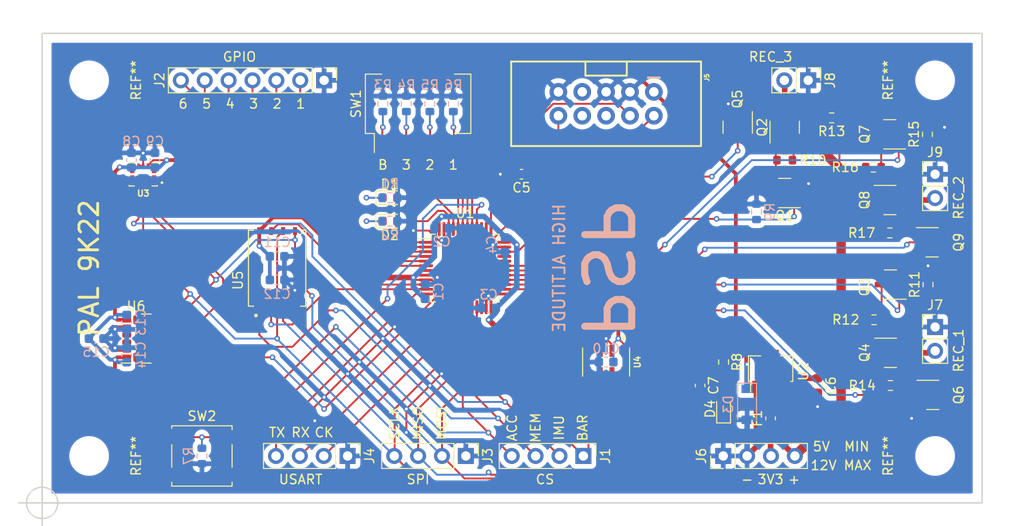
<source format=kicad_pcb>
(kicad_pcb (version 20211014) (generator pcbnew)
  (layers (0 "F.Cu" signal "Top") (31 "B.Cu" signal "Bottom") (34 "B.Paste" user) (35 "F.Paste" user) (36 "B.SilkS" user "B.Silkscreen") (37 "F.SilkS" user "F.Silkscreen") (38 "B.Mask" user) (39 "F.Mask" user) (44 "Edge.Cuts" user))
  (net 0 "")
  (net 1 "+3V3")
  (net 2 "GND")
  (net 3 "/Accelerometer/CS_ACC")
  (net 4 "Net-(D1-Pad1)")
  (net 5 "/MCU/LED_2")
  (net 6 "Net-(D2-Pad1)")
  (net 7 "/MCU/LED_1")
  (net 8 "Net-(D4-Pad2)")
  (net 9 "/Accelerometer/MOSI")
  (net 10 "/Accelerometer/MISO")
  (net 11 "/Accelerometer/SCLK")
  (net 12 "/IMU/CS_IMU")
  (net 13 "/Barometer/CS_BAR")
  (net 14 "/MCU/CS_MEM")
  (net 15 "/Debug/SWDIO")
  (net 16 "/Debug/SWCLK")
  (net 19 "/MCU/BOOT")
  (net 20 "/MCU/MEM_HOLD")
  (net 21 "/MCU/MEM_WP")
  (net 22 "/Accelerometer/ACC_INT")
  (net 24 "/Debug/NRST")
  (net 26 "/MCU/TRIGGER_3")
  (net 27 "Net-(Q1-Pad3)")
  (net 28 "+9V")
  (net 29 "/MCU/TRIGGER_1")
  (net 30 "Net-(Q3-Pad3)")
  (net 31 "/MCU/CONT_3")
  (net 32 "/MCU/CONT_1")
  (net 33 "/MCU/TRIGGER_2")
  (net 34 "Net-(Q7-Pad3)")
  (net 35 "/MCU/CONT_2")
  (net 36 "/MCU/PUSH")
  (net 37 "/MCU/DIP_1")
  (net 38 "/MCU/DIP_2")
  (net 39 "/MCU/DIP_3")
  (net 53 "/MCU/GPIO_1")
  (net 54 "/MCU/GPIO_2")
  (net 55 "/MCU/GPIO_3")
  (net 57 "/MCU/GPIO_4")
  (net 58 "/MCU/GPIO_5")
  (net 59 "/MCU/GPIO_6")
  (net 60 "/MCU/USART_CK")
  (net 61 "/MCU/USART_RX")
  (net 62 "/MCU/USART_TX")
  (net 63 "/Relays/REC_3")
  (net 64 "/Relays/REC_1")
  (net 65 "/Relays/REC_2")
  (net 66 "/Power/3V3_INPUT")
  (footprint "Resistor_SMD:R_0603_1608Metric" (layer "F.Cu") (at 199.25 101.75 90)
    (fp_text reference "R11")
    (fp_text value "100k")
  )
  (footprint "Package_QFP:LQFP-48_7x7mm_P0.5mm" (layer "F.Cu") (at 150 100)
    (fp_text reference "U1")
    (fp_text value "STM32L031C4Tx")
  )
  (footprint "Package_TO_SOT_SMD:SOT-23" (layer "F.Cu") (at 195.1875 85.75 180)
    (fp_text reference "Q7")
    (fp_text value "T2N7002AK")
  )
  (footprint "Button_Switch_SMD:SW_Push_1P1T_NO_CK_KSC7xxJ" (layer "F.Cu") (at 122 120 180)
    (fp_text reference "SW2")
    (fp_text value "SW_Push")
  )
  (footprint "Capacitor_SMD:C_0603_1608Metric" (layer "F.Cu") (at 187.5 112.5 -90)
    (fp_text reference "C6")
    (fp_text value "10u")
  )
  (footprint "footprints:XDCR_BMI270" (layer "F.Cu") (at 115.75 90 180)
    (fp_text reference "U3")
    (fp_text value "BMI270")
  )
  (footprint "MountingHole:MountingHole_3.2mm_M3" (layer "F.Cu") (at 200 80)
    (fp_text reference "REF**")
    (fp_text value "MountingHole_3.2mm_M3")
  )
  (footprint "Resistor_SMD:R_0603_1608Metric" (layer "F.Cu") (at 199.1875 85.75 90)
    (fp_text reference "R15")
    (fp_text value "100k")
  )
  (footprint "Package_TO_SOT_SMD:SOT-23" (layer "F.Cu") (at 195.25 109.02)
    (fp_text reference "Q4")
    (fp_text value "DMP3098LQ-7")
  )
  (footprint "footprints:ARM-JTAG-10-SWD-IDC" (layer "F.Cu") (at 165 82.5 -90)
    (fp_text reference "J5")
    (fp_text value "Conn_ARM_JTAG_SWD_10")
  )
  (footprint "Connector_PinHeader_2.54mm:PinHeader_1x07_P2.54mm_Vertical" (layer "F.Cu") (at 135 80 -90)
    (fp_text reference "J2")
    (fp_text value "Conn_01x07_Male")
  )
  (footprint "Resistor_SMD:R_0603_1608Metric" (layer "F.Cu") (at 195.1875 96.25)
    (fp_text reference "R17")
    (fp_text value "10M")
  )
  (footprint "MountingHole:MountingHole_3.2mm_M3" (layer "F.Cu") (at 110 80)
    (fp_text reference "REF**")
    (fp_text value "MountingHole_3.2mm_M3")
  )
  (footprint "Package_LGA:LGA-14_3x5mm_P0.8mm_LayoutBorder1x6y" (layer "F.Cu") (at 115 107.5)
    (fp_text reference "U6")
    (fp_text value "ADXL375BCCZ")
  )
  (footprint "Package_TO_SOT_SMD:SOT-23" (layer "F.Cu") (at 199.75 113.5)
    (fp_text reference "Q6")
    (fp_text value "T2N7002AK")
  )
  (footprint "footprints:SON127P600X800X65-8N" (layer "F.Cu") (at 130 100 90)
    (fp_text reference "U5")
    (fp_text value "MT29F1G01ABAFDWB-IT_F")
  )
  (footprint "LED_SMD:LED_0603_1608Metric" (layer "F.Cu") (at 142 92.5)
    (fp_text reference "D1")
    (fp_text value "APT1608LZGCK")
  )
  (footprint "Resistor_SMD:R_0603_1608Metric" (layer "F.Cu") (at 177.5 110 -90)
    (fp_text reference "R8")
    (fp_text value "820")
  )
  (footprint "Resistor_SMD:R_0603_1608Metric" (layer "F.Cu") (at 189 84 180)
    (fp_text reference "R13")
    (fp_text value "10M")
  )
  (footprint "footprints:SON125P300X500X100-8N" (layer "F.Cu") (at 165 110 -90)
    (fp_text reference "U4")
    (fp_text value "MS560702BA03-50")
  )
  (footprint "Connector_PinHeader_2.54mm:PinHeader_1x02_P2.54mm_Vertical" (layer "F.Cu") (at 200 106.27)
    (fp_text reference "J7")
    (fp_text value "Screw_Terminal_01x02")
  )
  (footprint "Package_TO_SOT_SMD:SOT-23" (layer "F.Cu") (at 184 85 90)
    (fp_text reference "Q2")
    (fp_text value "DMP3098LQ-7")
  )
  (footprint "Capacitor_SMD:C_0603_1608Metric" (layer "F.Cu") (at 156 90 180)
    (fp_text reference "C5")
    (fp_text value "100n")
  )
  (footprint "Resistor_SMD:R_0603_1608Metric" (layer "F.Cu") (at 195.25 112.5)
    (fp_text reference "R14")
    (fp_text value "10M")
  )
  (footprint "Package_TO_SOT_SMD:SOT-23" (layer "F.Cu") (at 184 92 180)
    (fp_text reference "Q1")
    (fp_text value "T2N7002AK")
  )
  (footprint "Package_TO_SOT_SMD:SOT-23" (layer "F.Cu") (at 179 85 -90)
    (fp_text reference "Q5")
    (fp_text value "T2N7002AK")
  )
  (footprint "MountingHole:MountingHole_3.2mm_M3" (layer "F.Cu") (at 110 120)
    (fp_text reference "REF**")
    (fp_text value "MountingHole_3.2mm_M3")
  )
  (footprint "Connector_PinHeader_2.54mm:PinHeader_1x04_P2.54mm_Vertical" (layer "F.Cu") (at 177.46 120 90)
    (fp_text reference "J6")
    (fp_text value "Conn_01x04_Male")
  )
  (footprint "Capacitor_SMD:C_0603_1608Metric" (layer "F.Cu") (at 175 112.5 -90)
    (fp_text reference "C7")
    (fp_text value "22u")
  )
  (footprint "Fuse:Fuse_0603_1608Metric" (layer "F.Cu") (at 182.5 116 90)
    (fp_text reference "F1")
    (fp_text value "PTS060315V010")
  )
  (footprint "Connector_PinHeader_2.54mm:PinHeader_1x04_P2.54mm_Vertical" (layer "F.Cu") (at 150.08 120 -90)
    (fp_text reference "J3")
    (fp_text value "Conn_01x04_Male")
  )
  (footprint "LED_SMD:LED_0603_1608Metric" (layer "F.Cu") (at 142 95)
    (fp_text reference "D2")
    (fp_text value "APT1608LZGCK")
  )
  (footprint "Connector_PinHeader_2.54mm:PinHeader_1x04_P2.54mm_Vertical" (layer "F.Cu") (at 137.5 120 -90)
    (fp_text reference "J4")
    (fp_text value "Conn_01x04_Male")
  )
  (footprint "Package_TO_SOT_SMD:SOT-23" (layer "F.Cu") (at 195.25 101.75 180)
    (fp_text reference "Q3")
    (fp_text value "T2N7002AK")
  )
  (footprint "Connector_PinHeader_2.54mm:PinHeader_1x02_P2.54mm_Vertical" (layer "F.Cu") (at 186.5 80 -90)
    (fp_text reference "J8")
    (fp_text value "Screw_Terminal_01x02")
  )
  (footprint "LED_SMD:LED_0603_1608Metric" (layer "F.Cu") (at 177.5 115 90)
    (fp_text reference "D4")
    (fp_text value "APTD1608LSURCK")
  )
  (footprint "Package_TO_SOT_SMD:SOT-23" (layer "F.Cu") (at 195.1875 92.75)
    (fp_text reference "Q8")
    (fp_text value "DMP3098LQ-7")
  )
  (footprint "MountingHole:MountingHole_3.2mm_M3" (layer "F.Cu") (at 200 120)
    (fp_text reference "REF**")
    (fp_text value "MountingHole_3.2mm_M3")
  )
  (footprint "Connector_PinHeader_2.54mm:PinHeader_1x02_P2.54mm_Vertical" (layer "F.Cu") (at 200 90)
    (fp_text reference "J9")
    (fp_text value "Screw_Terminal_01x02")
  )
  (footprint "Package_TO_SOT_SMD:SOT-89-3" (layer "F.Cu") (at 182.5 111 90)
    (fp_text reference "U2")
    (fp_text value "AZ1117CR-3.3")
  )
  (footprint "Connector_PinHeader_2.54mm:PinHeader_1x04_P2.54mm_Vertical" (layer "F.Cu") (at 162.58 120 -90)
    (fp_text reference "J1")
    (fp_text value "Conn_01x04_Male")
  )
  (footprint "Package_TO_SOT_SMD:SOT-23" (layer "F.Cu") (at 199.6875 97.25)
    (fp_text reference "Q9")
    (fp_text value "T2N7002AK")
  )
  (footprint "Resistor_SMD:R_0603_1608Metric" (layer "F.Cu") (at 184 88.5 180)
    (fp_text reference "R10")
    (fp_text value "100k")
  )
  (footprint "Button_Switch_SMD:SW_DIP_SPSTx04_Slide_Omron_A6S-410x_W8.9mm_P2.54mm" (layer "F.Cu") (at 145 82.5 90)
    (fp_text reference "SW1")
    (fp_text value "SW_DIP_x04")
  )
  (footprint "Resistor_SMD:R_0603_1608Metric" (layer "F.Cu") (at 193.5 105.5)
    (fp_text reference "R12")
    (fp_text value "100k")
  )
  (footprint "Resistor_SMD:R_0603_1608Metric" (layer "F.Cu") (at 193.4375 89.25)
    (fp_text reference "R16")
    (fp_text value "100k")
  )
  (footprint "Resistor_SMD:R_0603_1608Metric" (layer "B.Cu") (at 142 95)
    (fp_text reference "R2")
    (fp_text value "820")
  )
  (footprint "Capacitor_SMD:C_0603_1608Metric" (layer "B.Cu") (at 145.75 102.5 90)
    (fp_text reference "C1")
    (fp_text value "10u")
  )
  (footprint "Resistor_SMD:R_0603_1608Metric" (layer "B.Cu") (at 146.25 82.5 90)
    (fp_text reference "R5")
    (fp_text value "10k")
  )
  (footprint "Resistor_SMD:R_0603_1608Metric" (layer "B.Cu") (at 142 92.5)
    (fp_text reference "R1")
    (fp_text value "820")
  )
  (footprint "Capacitor_SMD:C_0603_1608Metric" (layer "B.Cu") (at 117 88.5 90)
    (fp_text reference "C9")
    (fp_text value "100n")
  )
  (footprint "Resistor_SMD:R_0603_1608Metric" (layer "B.Cu") (at 181 94 90)
    (fp_text reference "R9")
    (fp_text value "100k")
  )
  (footprint "Resistor_SMD:R_0603_1608Metric" (layer "B.Cu") (at 148.75 82.5 90)
    (fp_text reference "R6")
    (fp_text value "10k")
  )
  (footprint "Capacitor_SMD:C_0603_1608Metric" (layer "B.Cu") (at 147.5 95.75)
    (fp_text reference "C2")
    (fp_text value "100n")
  )
  (footprint "Capacitor_SMD:C_0603_1608Metric" (layer "B.Cu") (at 130 98.75)
    (fp_text reference "C11")
    (fp_text value "100n")
  )
  (footprint "Resistor_SMD:R_0603_1608Metric" (layer "B.Cu") (at 122 120 -90)
    (fp_text reference "R7")
    (fp_text value "10k")
  )
  (footprint "Capacitor_SMD:C_0603_1608Metric" (layer "B.Cu") (at 165 110 180)
    (fp_text reference "C10")
    (fp_text value "100n")
  )
  (footprint "Capacitor_SMD:C_0603_1608Metric" (layer "B.Cu") (at 130 101.25)
    (fp_text reference "C12")
    (fp_text value "10u")
  )
  (footprint "Resistor_SMD:R_0603_1608Metric" (layer "B.Cu") (at 143.75 82.5 90)
    (fp_text reference "R4")
    (fp_text value "10k")
  )
  (footprint "Capacitor_SMD:C_0603_1608Metric" (layer "B.Cu") (at 152.5 104.25 180)
    (fp_text reference "C3")
    (fp_text value "100n")
  )
  (footprint "Capacitor_SMD:C_0603_1608Metric" (layer "B.Cu") (at 114 105.75 -90)
    (fp_text reference "C13")
    (fp_text value "100n")
  )
  (footprint "Resistor_SMD:R_0603_1608Metric" (layer "B.Cu") (at 141.25 82.5 90)
    (fp_text reference "R3")
    (fp_text value "10k")
  )
  (footprint "Capacitor_SMD:C_0603_1608Metric" (layer "B.Cu") (at 114.5 88.5 90)
    (fp_text reference "C8")
    (fp_text value "100n")
  )
  (footprint "Capacitor_SMD:C_0603_1608Metric" (layer "B.Cu") (at 114 109.25 90)
    (fp_text reference "C14")
    (fp_text value "10u")
  )
  (footprint "Diode_SMD:D_SOD-123" (layer "B.Cu") (at 180 114.5 -90)
    (fp_text reference "D3")
    (fp_text value "CMHZ5226B ")
  )
  (footprint "Capacitor_SMD:C_0603_1608Metric" (layer "B.Cu") (at 154.25 97.5 -90)
    (fp_text reference "C4")
    (fp_text value "100n")
  )
  (footprint "Capacitor_SMD:C_0603_1608Metric" (layer "B.Cu") (at 110.75 107.5)
    (fp_text reference "C15")
    (fp_text value "100n")
  )
  (gr_rect (start 205 125) (end 105 75) (layer "Edge.Cuts") (width 0.15) (fill none))
  (gr_text "HIGH ALTITUDE" (at 160 100 90) (layer "B.SilkS") (effects (font (size 1.25 1.25) (thickness 0.2)) (justify mirror)))
  (gr_text "PSP" (at 165 100 -90) (layer "B.SilkS") (effects (font (size 5 5) (thickness 0.75)) (justify mirror)))
  (gr_text "-" (at 180 122.5) (layer "F.SilkS") (effects (font (size 1 1))))
  (gr_text "RX" (at 132.5 117.5) (layer "F.SilkS") (effects (font (size 1 1))))
  (gr_text "CK" (at 135 117.5) (layer "F.SilkS") (effects (font (size 1 1))))
  (gr_text "ACC" (at 155 117 90) (layer "F.SilkS") (effects (font (size 1 1))))
  (gr_text "B" (at 141.25 89) (layer "F.SilkS") (effects (font (size 1 1))))
  (gr_text "6" (at 120 82.5) (layer "F.SilkS") (effects (font (size 1 1))))
  (gr_text "BAR" (at 162.5 117 90) (layer "F.SilkS") (effects (font (size 1 1))))
  (gr_text "SCLK" (at 142.5 116.5 90) (layer "F.SilkS") (effects (font (size 1 1))))
  (gr_text "5V  MIN" (at 190 119) (layer "F.SilkS") (effects (font (size 1 1))))
  (gr_text "1" (at 148.75 89) (layer "F.SilkS") (effects (font (size 1 1))))
  (gr_text "+" (at 185 122.5) (layer "F.SilkS") (effects (font (size 1 1))))
  (gr_text "12V MAX" (at 190 121) (layer "F.SilkS") (effects (font (size 1 1))))
  (gr_text "CS" (at 158.5 122.5) (layer "F.SilkS") (effects (font (size 1 1))))
  (gr_text "3V3" (at 182.5 122.5) (layer "F.SilkS") (effects (font (size 1 1))))
  (gr_text "TX" (at 130 117.5) (layer "F.SilkS") (effects (font (size 1 1))))
  (gr_text "2" (at 130 82.5) (layer "F.SilkS") (effects (font (size 1 1))))
  (gr_text "3" (at 143.75 89) (layer "F.SilkS") (effects (font (size 1 1))))
  (gr_text "2" (at 146.25 89) (layer "F.SilkS") (effects (font (size 1 1))))
  (gr_text "SPI" (at 145 122.5) (layer "F.SilkS") (effects (font (size 1 1))))
  (gr_text "REC_3" (at 182.5 77.5) (layer "F.SilkS") (effects (font (size 1 1))))
  (gr_text "MEM" (at 157.5 117 90) (layer "F.SilkS") (effects (font (size 1 1))))
  (gr_text "PAL 9K22" (at 110 100 90) (layer "F.SilkS") (effects (font (size 2 2) (thickness 0.3))))
  (gr_text "REC_2" (at 202.5 92.5 90) (layer "F.SilkS") (effects (font (size 1 1))))
  (gr_text "REC_1\n" (at 202.5 108.77 90) (layer "F.SilkS") (effects (font (size 1 1))))
  (gr_text "USART" (at 132.5 122.5) (layer "F.SilkS") (effects (font (size 1 1))))
  (gr_text "MOSI" (at 147.5 116.5 90) (layer "F.SilkS") (effects (font (size 1 1))))
  (gr_text "1" (at 132.5 82.5) (layer "F.SilkS") (effects (font (size 1 1))))
  (gr_text "4" (at 125 82.5) (layer "F.SilkS") (effects (font (size 1 1))))
  (gr_text "3" (at 127.5 82.5) (layer "F.SilkS") (effects (font (size 1 1))))
  (gr_text "MISO" (at 145 116.5 90) (layer "F.SilkS") (effects (font (size 1 1))))
  (gr_text "GPIO" (at 126 77.5) (layer "F.SilkS") (effects (font (size 1 1))))
  (gr_text "5" (at 122.5 82.5) (layer "F.SilkS") (effects (font (size 1 1))))
  (gr_text "IMU" (at 160 117 90) (layer "F.SilkS") (effects (font (size 1 1))))
  (target plus (at 105 125) (size 5) (width 0.15) (layer "Edge.Cuts"))
  (segment (start 123.65 88.5) (end 129.65 94.5) (width 0.4) (layer "F.Cu") (net 1))
  (segment (start 180 107.5) (end 178.8 106.3) (width 0.6) (layer "F.Cu") (net 1))
  (segment (start 170.08 81.23) (end 166.9 78.05) (width 0.4) (layer "F.Cu") (net 1))
  (segment (start 112.75 109.75) (end 112.75 117.125) (width 0.4) (layer "F.Cu") (net 1))
  (segment (start 147.25 95.8375) (end 147.25 94.75) (width 0.2) (layer "F.Cu") (net 1))
  (segment (start 113 109.5) (end 112.75 109.75) (width 0.4) (layer "F.Cu") (net 1))
  (segment (start 129.65 94.5) (end 128.095 96.055) (width 0.4) (layer "F.Cu") (net 1))
  (segment (start 178.8 106.3) (end 166.3 106.3) (width 0.6) (layer "F.Cu") (net 1))
  (segment (start 182.5 115.2125) (end 182.5 112.5625) (width 0.6) (layer "F.Cu") (net 1))
  (segment (start 114 109.5) (end 113 109.5) (width 0.4) (layer "F.Cu") (net 1))
  (segment (start 166.875 108.075) (end 166.3 107.5) (width 0.2) (layer "F.Cu") (net 1))
  (segment (start 148.81 78.05) (end 146.27 78.05) (width 0.4) (layer "F.Cu") (net 1))
  (segment (start 178.8 89.95) (end 170.08 81.23) (width 0.4) (layer "F.Cu") (net 1))
  (segment (start 132.75 94.5) (end 129.65 94.5) (width 0.6) (layer "F.Cu") (net 1))
  (segment (start 143.73 78.05) (end 141.19 78.05) (width 0.4) (layer "F.Cu") (net 1))
  (segment (start 116.25 89.0875) (end 116.8375 88.5) (width 0.2) (layer "F.Cu") (net 1))
  (segment (start 166.9 78.05) (end 148.81 78.05) (width 0.4) (layer "F.Cu") (net 1))
  (segment (start 166.875 108.8) (end 166.875 108.075) (width 0.2) (layer "F.Cu") (net 1))
  (segment (start 114 105.5) (end 113 105.5) (width 0.4) (layer "F.Cu") (net 1))
  (segment (start 112.75 89.75) (end 112.75 105.25) (width 0.4) (layer "F.Cu") (net 1))
  (segment (start 144.75 101.25) (end 144.5 101) (width 0.2) (layer "F.Cu") (net 1))
  (segment (start 182.5 110) (end 180 107.5) (width 0.6) (layer "F.Cu") (net 1))
  (segment (start 175 111.675) (end 177.5 109.175) (width 0.4) (layer "F.Cu") (net 1))
  (segment (start 180 110.25) (end 180 107.5) (width 0.6) (layer "F.Cu") (net 1))
  (segment (start 144.5 101) (end 139.25 101) (width 0.6) (layer "F.Cu") (net 1))
  (segment (start 153.3 106.3) (end 152.5 105.5) (width 0.6) (layer "F.Cu") (net 1))
  (segment (start 166.3 106.3) (end 153.3 106.3) (width 0.6) (layer "F.Cu") (net 1))
  (segment (start 113.25 89.25) (end 112.75 89.75) (width 0.4) (layer "F.Cu") (net 1))
  (segment (start 147.25 94.75) (end 147.5 94.5) (width 0.2) (layer "F.Cu") (net 1))
  (segment (start 182.5 112.5625) (end 182.5 110) (width 0.6) (layer "F.Cu") (net 1))
  (segment (start 117.625 122) (end 119.1 122) (width 0.4) (layer "F.Cu") (net 1))
  (segment (start 166.3 107.5) (end 166.3 106.3) (width 0.4) (layer "F.Cu") (net 1))
  (segment (start 152.75 104.1625) (end 152.75 105.25) (width 0.2) (layer "F.Cu") (net 1))
  (segment (start 177.5 107.6) (end 178.8 106.3) (width 0.4) (layer "F.Cu") (net 1))
  (segment (start 146.27 78.05) (end 143.73 78.05) (width 0.4) (layer "F.Cu") (net 1))
  (segment (start 154.1625 97.25) (end 155.25 97.25) (width 0.2) (layer "F.Cu") (net 1))
  (segment (start 114.5875 89.25) (end 113.25 89.25) (width 0.2) (layer "F.Cu") (net 1))
  (segment (start 139.25 101) (end 132.75 94.5) (width 0.6) (layer "F.Cu") (net 1))
  (segment (start 118.25 88.5) (end 123.65 88.5) (width 0.4) (layer "F.Cu") (net 1))
  (segment (start 145.8375 101.25) (end 144.75 101.25) (width 0.2) (layer "F.Cu") (net 1))
  (segment (start 175 111.725) (end 175 111.675) (width 0.4) (layer "F.Cu") (net 1))
  (segment (start 128.095 96.055) (end 128.095 97.62) (width 0.4) (layer "F.Cu") (net 1))
  (segment (start 178.8 106.3) (end 178.8 89.95) (width 0.4) (layer "F.Cu") (net 1))
  (segment (start 112.75 117.125) (end 117.625 122) (width 0.4) (layer "F.Cu") (net 1))
  (segment (start 116.8375 88.5) (end 118.25 88.5) (width 0.2) (layer "F.Cu") (net 1))
  (segment (start 128.095 97.62) (end 128.1125 97.6375) (width 0.2) (layer "F.Cu") (net 1))
  (segment (start 155.25 97.25) (end 155.5 97.5) (width 0.2) (layer "F.Cu") (net 1))
  (segment (start 113 105.5) (end 112.75 105.25) (width 0.4) (layer "F.Cu") (net 1))
  (segment (start 177.5 109.175) (end 177.5 107.6) (width 0.4) (layer "F.Cu") (net 1))
  (segment (start 152.75 105.25) (end 152.5 105.5) (width 0.2) (layer "F.Cu") (net 1))
  (segment (start 119.1 122) (end 124.9 122) (width 0.4) (layer "F.Cu") (net 1))
  (via (at 180 110.25) (size 0.6) (drill 0.3) (layers "F.Cu" "B.Cu") (net 1))
  (via (at 144.5 101) (size 0.6) (drill 0.3) (layers "F.Cu" "B.Cu") (net 1))
  (via (at 155.5 97.5) (size 0.6) (drill 0.3) (layers "F.Cu" "B.Cu") (net 1))
  (via (at 112.75 105.25) (size 0.6) (drill 0.3) (layers "F.Cu" "B.Cu") (net 1))
  (via (at 128.1125 97.6375) (size 0.6) (drill 0.3) (layers "F.Cu" "B.Cu") (net 1))
  (via (at 147.5 94.5) (size 0.6) (drill 0.3) (layers "F.Cu" "B.Cu") (net 1))
  (via (at 152.5 105.5) (size 0.6) (drill 0.3) (layers "F.Cu" "B.Cu") (net 1))
  (via (at 166.3 107.5) (size 0.6) (drill 0.3) (layers "F.Cu" "B.Cu") (net 1))
  (via (at 112.75 109.75) (size 0.6) (drill 0.3) (layers "F.Cu" "B.Cu") (net 1))
  (via (at 113.25 89.25) (size 0.6) (drill 0.3) (layers "F.Cu" "B.Cu") (net 1))
  (via (at 118.25 88.5) (size 0.6) (drill 0.3) (layers "F.Cu" "B.Cu") (net 1))
  (segment (start 154.725 96.725) (end 155.5 97.5) (width 0.6) (layer "B.Cu") (net 1))
  (segment (start 180 112.85) (end 180 110.25) (width 0.6) (layer "B.Cu") (net 1))
  (segment (start 153.275 104.725) (end 152.5 105.5) (width 0.6) (layer "B.Cu") (net 1))
  (segment (start 117 89.275) (end 114.5 89.275) (width 0.4) (layer "B.Cu") (net 1))
  (segment (start 146.725 98.775) (end 144.5 101) (width 0.6) (layer "B.Cu") (net 1))
  (segment (start 113.025 104.975) (end 112.75 105.25) (width 0.4) (layer "B.Cu") (net 1))
  (segment (start 146.715275 97.373416) (end 146.725 97.383141) (width 0.6) (layer "B.Cu") (net 1))
  (segment (start 154.25 96.725) (end 154.725 96.725) (width 0.6) (layer "B.Cu") (net 1))
  (segment (start 146.725 95.75) (end 146.725 95.275) (width 0.6) (layer "B.Cu") (net 1))
  (segment (start 152.025 94.5) (end 147.5 94.5) (width 0.6) (layer "B.Cu") (net 1))
  (segment (start 113.25 89.25) (end 114.475 89.25) (width 0.4) (layer "B.Cu") (net 1))
  (segment (start 144.5 102.025) (end 145.75 103.275) (width 0.6) (layer "B.Cu") (net 1))
  (segment (start 153.275 104.25) (end 153.275 104.725) (width 0.6) (layer "B.Cu") (net 1))
  (segment (start 146.725 97.383141) (end 146.725 98.775) (width 0.6) (layer "B.Cu") (net 1))
  (segment (start 146.725 95.275) (end 147.5 94.5) (width 0.6) (layer "B.Cu") (net 1))
  (segment (start 114 110.025) (end 113.025 110.025) (width 0.4) (layer "B.Cu") (net 1))
  (segment (start 114.475 89.25) (end 114.5 89.275) (width 0.2) (layer "B.Cu") (net 1))
  (segment (start 129.225 98.75) (end 128.1125 97.6375) (width 0.4) (layer "B.Cu") (net 1))
  (segment (start 112.225 105.25) (end 109.975 107.5) (width 0.4) (layer "B.Cu") (net 1))
  (segment (start 117 89.275) (end 117.475 89.275) (width 0.2) (layer "B.Cu") (net 1))
  (segment (start 146.725 96.701353) (end 146.715275 96.711078) (width 0.6) (layer "B.Cu") (net 1))
  (segment (start 129.225 98.75) (end 129.225 101.25) (width 0.4) (layer "B.Cu") (net 1))
  (segment (start 165.775 108.025) (end 166.3 107.5) (width 0.2) (layer "B.Cu") (net 1))
  (segment (start 153.275 104.25) (end 155.5 102.025) (width 0.6) (layer "B.Cu") (net 1))
  (segment (start 113.025 110.025) (end 112.75 109.75) (width 0.4) (layer "B.Cu") (net 1))
  (segment (start 112.75 105.25) (end 112.225 105.25) (width 0.4) (layer "B.Cu") (net 1))
  (segment (start 154.25 96.725) (end 152.025 94.5) (width 0.6) (layer "B.Cu") (net 1))
  (segment (start 146.725 95.75) (end 146.725 96.701353) (width 0.6) (layer "B.Cu") (net 1))
  (segment (start 112.75 109.75) (end 112.225 109.75) (width 0.4) (layer "B.Cu") (net 1))
  (segment (start 155.5 102.025) (end 155.5 97.5) (width 0.6) (layer "B.Cu") (net 1))
  (segment (start 112.225 109.75) (end 109.975 107.5) (width 0.4) (layer "B.Cu") (net 1))
  (segment (start 144.5 101) (end 144.5 102.025) (width 0.6) (layer "B.Cu") (net 1))
  (segment (start 165.775 110) (end 165.775 108.025) (width 0.2) (layer "B.Cu") (net 1))
  (segment (start 117.475 89.275) (end 118.25 88.5) (width 0.4) (layer "B.Cu") (net 1))
  (segment (start 114 104.975) (end 113.025 104.975) (width 0.4) (layer "B.Cu") (net 1))
  (segment (start 146.715275 96.711078) (end 146.715275 97.373416) (width 0.6) (layer "B.Cu") (net 1))
  (segment (start 115.25 89.0875) (end 115.75 89.0875) (width 0.2) (layer "F.Cu") (net 2))
  (segment (start 146.25 112.5) (end 147.5 111.25) (width 0.2) (layer "F.Cu") (net 2))
  (segment (start 153.192967 97.75) (end 152.957753 97.514786) (width 0.2) (layer "F.Cu") (net 2))
  (segment (start 198.8125 114.45) (end 198.8125 114.6875) (width 0.2) (layer "F.Cu") (net 2))
  (segment (start 198.8125 114.6875) (end 197.5 116) (width 0.2) (layer "F.Cu") (net 2))
  (segment (start 200.925 84.925) (end 201 85) (width 0.2) (layer "F.Cu") (net 2))
  (segment (start 199.25 100.925) (end 199.25 99.75) (width 0.2) (layer "F.Cu") (net 2))
  (segment (start 134 116.25) (end 134 114.75) (width 0.2) (layer "F.Cu") (net 2))
  (segment (start 152.25 104.1625) (end 152.25 103.192967) (width 0.2) (layer "F.Cu") (net 2))
  (segment (start 146.807033 100.75) (end 147.042247 100.985214) (width 0.2) (layer "F.Cu") (net 2))
  (segment (start 114 106.3) (end 112.95 106.3) (width 0.4) (layer "F.Cu") (net 2))
  (segment (start 137.5 111.25) (end 138.75 110) (width 0.2) (layer "F.Cu") (net 2))
  (segment (start 181 119) (end 181 112.65) (width 0.6) (layer "F.Cu") (net 2))
  (segment (start 131.905 103.945) (end 131.905 102.38) (width 0.4) (layer "F.Cu") (net 2))
  (segment (start 144.5 96) (end 146.145349 96) (width 0.2) (layer "F.Cu") (net 2))
  (segment (start 143.75 117.5) (end 143.75 115) (width 0.2) (layer "F.Cu") (net 2))
  (segment (start 147.75 96.807033) (end 147.514786 97.042247) (width 0.2) (layer "F.Cu") (net 2))
  (segment (start 199.125 100.8) (end 199.25 100.925) (width 0.2) (layer "F.Cu") (net 2))
  (segment (start 152.25 103.192967) (end 152.485214 102.957753) (width 0.2) (layer "F.Cu") (net 2))
  (segment (start 165.625 108.125) (end 165 107.5) (width 0.2) (layer "F.Cu") (net 2))
  (segment (start 146.145349 96) (end 147.187596 97.042247) (width 0.2) (layer "F.Cu") (net 2))
  (segment (start 196.125 84.8) (end 199.0625 84.8) (width 0.2) (layer "F.Cu") (net 2))
  (segment (start 131.905 102.38) (end 131.8875 102.3625) (width 0.2) (layer "F.Cu") (net 2))
  (segment (start 184.9375 91.05) (end 186.49 91.05) (width 0.2) (layer "F.Cu") (net 2))
  (segment (start 177.5 115.7875) (end 177.5 119.96) (width 0.4) (layer "F.Cu") (net 2))
  (segment (start 115.75 89.0875) (end 115.75 87.75) (width 0.2) (layer "F.Cu") (net 2))
  (segment (start 186.49 91.05) (end 186.54 91) (width 0.2) (layer "F.Cu") (net 2))
  (segment (start 196.1875 100.8) (end 199.125 100.8) (width 0.2) (layer "F.Cu") (net 2))
  (segment (start 112.95 106.3) (end 112.75 106.5) (width 0.4) (layer "F.Cu") (net 2))
  (segment (start 177.5 119.96) (end 177.46 120) (width 0.2) (layer "F.Cu") (net 2))
  (segment (start 147.75 95.8375) (end 147.75 96.807033) (width 0.2) (layer "F.Cu") (net 2))
  (segment (start 175 113.2875) (end 177.5 115.7875) (width 0.4) (layer "F.Cu") (net 2))
  (segment (start 143.75 115) (end 146.25 112.5) (width 0.2) (layer "F.Cu") (net 2))
  (segment (start 165.625 108.8) (end 165.625 108.125) (width 0.2) (layer "F.Cu") (net 2))
  (segment (start 141.25 107.5) (end 142.5 106.25) (width 0.2) (layer "F.Cu") (net 2))
  (segment (start 155.225 90) (end 153.75 90) (width 0.2) (layer "F.Cu") (net 2))
  (segment (start 147.187596 97.042247) (end 147.514786 97.042247) (width 0.2) (layer "F.Cu") (net 2))
  (segment (start 187.5 113.275) (end 187.5 114.75) (width 0.6) (layer "F.Cu") (net 2))
  (segment (start 145.8375 100.75) (end 146.807033 100.75) (width 0.2) (layer "F.Cu") (net 2))
  (segment (start 181 119) (end 180 120) (width 0.6) (layer "F.Cu") (net 2))
  (segment (start 178.05 82.55) (end 178 82.5) (width 0.2) (layer "F.Cu") (net 2))
  (segment (start 199.25 98.7) (end 198.75 98.2) (width 0.2) (layer "F.Cu") (net 2))
  (segment (start 164.375 108.8) (end 164.375 108.125) (width 0.2) (layer "F.Cu") (net 2))
  (segment (start 199.25 99.75) (end 199.25 98.7) (width 0.2) (layer "F.Cu") (net 2))
  (segment (start 199.0625 84.8) (end 199.1875 84.925) (width 0.2) (layer "F.Cu") (net 2))
  (segment (start 114 108.7) (end 114 107.9) (width 0.4) (layer "F.Cu") (net 2))
  (segment (start 114 108.7) (end 112.95 108.7) (width 0.4) (layer "F.Cu") (net 2))
  (segment (start 134 114.75) (end 135 113.75) (width 0.2) (layer "F.Cu") (net 2))
  (segment (start 178.05 84.0625) (end 178.05 82.55) (width 0.2) (layer "F.Cu") (net 2))
  (segment (start 154.1625 97.75) (end 153.192967 97.75) (width 0.2) (layer "F.Cu") (net 2))
  (segment (start 164.375 108.125) (end 165 107.5) (width 0.2) (layer "F.Cu") (net 2))
  (segment (start 138.75 110) (end 141.25 107.5) (width 0.2) (layer "F.Cu") (net 2))
  (segment (start 135 113.75) (end 137.5 111.25) (width 0.2) (layer "F.Cu") (net 2))
  (segment (start 112.95 108.7) (end 112.75 108.5) (width 0.4) (layer "F.Cu") (net 2))
  (segment (start 175 113.275) (end 175 113.2875) (width 0.4) (layer "F.Cu") (net 2))
  (segment (start 199.1875 84.925) (end 200.925 84.925) (width 0.2) (layer "F.Cu") (net 2))
  (via (at 147.514786 97.042247) (size 0.6) (drill 0.3) (layers "F.Cu" "B.Cu") (net 2))
  (via (at 147.5 111.25) (size 0.6) (drill 0.3) (layers "F.Cu" "B.Cu") (net 2))
  (via (at 165 107.5) (size 0.6) (drill 0.3) (layers "F.Cu" "B.Cu") (net 2))
  (via (at 187.5 114.75) (size 0.6) (drill 0.3) (layers "F.Cu" "B.Cu") (net 2))
  (via (at 201 85) (size 0.6) (drill 0.3) (layers "F.Cu" "B.Cu") (net 2))
  (via (at 138.75 110) (size 0.6) (drill 0.3) (layers "F.Cu" "B.Cu") (net 2))
  (via (at 152.485214 102.957753) (size 0.6) (drill 0.3) (layers "F.Cu" "B.Cu") (net 2))
  (via (at 146.25 112.5) (size 0.6) (drill 0.3) (layers "F.Cu" "B.Cu") (net 2))
  (via (at 141.25 107.5) (size 0.6) (drill 0.3) (layers "F.Cu" "B.Cu") (net 2))
  (via (at 134 116.25) (size 0.6) (drill 0.3) (layers "F.Cu" "B.Cu") (net 2))
  (via (at 143.75 115) (size 0.6) (drill 0.3) (layers "F.Cu" "B.Cu") (net 2))
  (via (at 199.25 99.75) (size 0.6) (drill 0.3) (layers "F.Cu" "B.Cu") (net 2))
  (via (at 153.75 90) (size 0.6) (drill 0.3) (layers "F.Cu" "B.Cu") (net 2))
  (via (at 115.75 87.75) (size 0.6) (drill 0.3) (layers "F.Cu" "B.Cu") (net 2))
  (via (at 152.957753 97.514786) (size 0.6) (drill 0.3) (layers "F.Cu" "B.Cu") (net 2))
  (via (at 178 82.5) (size 0.6) (drill 0.3) (layers "F.Cu" "B.Cu") (net 2))
  (via (at 147.042247 100.985214) (size 0.6) (drill 0.3) (layers "F.Cu" "B.Cu") (net 2))
  (via (at 131.8875 102.3625) (size 0.6) (drill 0.3) (layers "F.Cu" "B.Cu") (net 2))
  (via (at 135 113.75) (size 0.6) (drill 0.3) (layers "F.Cu" "B.Cu") (net 2))
  (via (at 142.5 106.25) (size 0.6) (drill 0.3) (layers "F.Cu" "B.Cu") (net 2))
  (via (at 112.75 108.5) (size 0.6) (drill 0.3) (layers "F.Cu" "B.Cu") (net 2))
  (via (at 144.5 96) (size 0.6) (drill 0.3) (layers "F.Cu" "B.Cu") (net 2))
  (via (at 197.5 116) (size 0.6) (drill 0.3) (layers "F.Cu" "B.Cu") (net 2))
  (via (at 143.75 117.5) (size 0.6) (drill 0.3) (layers "F.Cu" "B.Cu") (net 2))
  (via (at 137.5 111.25) (size 0.6) (drill 0.3) (layers "F.Cu" "B.Cu") (net 2))
  (via (at 112.75 106.5) (size 0.6) (drill 0.3) (layers "F.Cu" "B.Cu") (net 2))
  (via (at 186.54 91) (size 0.6) (drill 0.3) (layers "F.Cu" "B.Cu") (net 2))
  (segment (start 112.75 106.5) (end 112.525 106.5) (width 0.4) (layer "B.Cu") (net 2))
  (segment (start 148.275 96.282033) (end 147.514786 97.042247) (width 0.2) (layer "B.Cu") (net 2))
  (segment (start 130.775 101.25) (end 131.8875 102.3625) (width 0.4) (layer "B.Cu") (net 2))
  (segment (start 151.725 104.25) (end 151.725 103.717967) (width 0.2) (layer "B.Cu") (net 2))
  (segment (start 115.75 87.75) (end 116.975 87.75) (width 0.4) (layer "B.Cu") (net 2))
  (segment (start 165 107.5) (end 164.225 108.275) (width 0.2) (layer "B.Cu") (net 2))
  (segment (start 112.75 108.5) (end 112.525 108.5) (width 0.4) (layer "B.Cu") (net 2))
  (segment (start 113.975 108.5) (end 114 108.475) (width 0.4) (layer "B.Cu") (net 2))
  (segment (start 112.525 108.5) (end 111.525 107.5) (width 0.4) (layer "B.Cu") (net 2))
  (segment (start 130.775 101.25) (end 130.775 98.75) (width 0.4) (layer "B.Cu") (net 2))
  (segment (start 115.75 87.75) (end 114.525 87.75) (width 0.4) (layer "B.Cu") (net 2))
  (segment (start 151.725 103.717967) (end 152.485214 102.957753) (width 0.2) (layer "B.Cu") (net 2))
  (segment (start 114.525 87.75) (end 114.5 87.725) (width 0.2) (layer "B.Cu") (net 2))
  (segment (start 164.225 108.275) (end 164.225 110) (width 0.2) (layer "B.Cu") (net 2))
  (segment (start 112.75 108.5) (end 113.975 108.5) (width 0.4) (layer "B.Cu") (net 2))
  (segment (start 154.25 98.275) (end 153.717967 98.275) (width 0.2) (layer "B.Cu") (net 2))
  (segment (start 113.975 106.5) (end 114 106.525) (width 0.4) (layer "B.Cu") (net 2))
  (segment (start 112.525 106.5) (end 111.525 107.5) (width 0.4) (layer "B.Cu") (net 2))
  (segment (start 148.275 95.75) (end 148.275 96.282033) (width 0.2) (layer "B.Cu") (net 2))
  (segment (start 146.302461 101.725) (end 147.042247 100.985214) (width 0.2) (layer "B.Cu") (net 2))
  (segment (start 145.75 101.725) (end 146.302461 101.725) (width 0.2) (layer "B.Cu") (net 2))
  (segment (start 116.975 87.75) (end 117 87.725) (width 0.2) (layer "B.Cu") (net 2))
  (segment (start 180 116.15) (end 180 120) (width 0.6) (layer "B.Cu") (net 2))
  (segment (start 153.717967 98.275) (end 152.957753 97.514786) (width 0.2) (layer "B.Cu") (net 2))
  (segment (start 112.75 106.5) (end 113.975 106.5) (width 0.4) (layer "B.Cu") (net 2))
  (segment (start 115 111.25) (end 115 109.5) (width 0.2) (layer "F.Cu") (net 3))
  (segment (start 130 112.5) (end 116.25 112.5) (width 0.2) (layer "F.Cu") (net 3))
  (segment (start 136.25 106.25) (end 130 112.5) (width 0.2) (layer "F.Cu") (net 3))
  (segment (start 149.75 104.1625) (end 149.75 114.79) (width 0.2) (layer "F.Cu") (net 3))
  (segment (start 116.25 112.5) (end 115 111.25) (width 0.2) (layer "F.Cu") (net 3))
  (segment (start 149.75 114.79) (end 152.48 117.52) (width 0.2) (layer "F.Cu") (net 3))
  (segment (start 152.48 117.52) (end 154.96 120) (width 0.2) (layer "F.Cu") (net 3))
  (via (at 152.48 117.52) (size 0.6) (drill 0.3) (layers "F.Cu" "B.Cu") (net 3))
  (via (at 136.25 106.25) (size 0.6) (drill 0.3) (layers "F.Cu" "B.Cu") (net 3))
  (segment (start 147.5 117.5) (end 152.46 117.5) (width 0.2) (layer "B.Cu") (net 3))
  (segment (start 136.25 106.25) (end 147.5 117.5) (width 0.2) (layer "B.Cu") (net 3))
  (segment (start 141.2125 92.5) (end 139.5 92.5) (width 0.2) (layer "F.Cu") (net 4))
  (via (at 139.5 92.5) (size 0.6) (drill 0.3) (layers "F.Cu" "B.Cu") (net 4))
  (segment (start 139.5 92.5) (end 141.175 92.5) (width 0.2) (layer "B.Cu") (net 4))
  (segment (start 147.748327 93.900489) (end 147.099511 93.900489) (width 0.2) (layer "F.Cu") (net 5))
  (segment (start 146 95) (end 142.7875 95) (width 0.2) (layer "F.Cu") (net 5))
  (segment (start 148.25 95.8375) (end 148.25 94.402162) (width 0.2) (layer "F.Cu") (net 5))
  (segment (start 147.099511 93.900489) (end 146 95) (width 0.2) (layer "F.Cu") (net 5))
  (segment (start 148.25 94.402162) (end 147.748327 93.900489) (width 0.2) (layer "F.Cu") (net 5))
  (segment (start 141.2125 95) (end 139.5 95) (width 0.2) (layer "F.Cu") (net 6))
  (via (at 139.5 95) (size 0.6) (drill 0.3) (layers "F.Cu" "B.Cu") (net 6))
  (segment (start 139.5 95) (end 141.175 95) (width 0.2) (layer "B.Cu") (net 6))
  (segment (start 148.75 95.8375) (end 148.75 94.337156) (width 0.2) (layer "F.Cu") (net 7))
  (segment (start 146.912844 92.5) (end 142.7875 92.5) (width 0.2) (layer "F.Cu") (net 7))
  (segment (start 148.75 94.337156) (end 146.912844 92.5) (width 0.2) (layer "F.Cu") (net 7))
  (segment (start 177.5 114.2125) (end 177.5 110.825) (width 0.4) (layer "F.Cu") (net 8))
  (segment (start 164.350481 122.399519) (end 165.625 121.125) (width 0.2) (layer "F.Cu") (net 9))
  (segment (start 131.905 101.155) (end 133.701089 102.951089) (width 0.2) (layer "F.Cu") (net 9))
  (segment (start 149.25 104.1625) (end 149.25 113.25) (width 0.2) (layer "F.Cu") (net 9))
  (segment (start 116.25 94) (end 116.25 90.9125) (width 0.2) (layer "F.Cu") (net 9))
  (segment (start 131.905 97) (end 131.905 96.055) (width 0.2) (layer "F.Cu") (net 9))
  (segment (start 131.905 97) (end 131.905 101.155) (width 0.2) (layer "F.Cu") (net 9))
  (segment (start 149.25 113.25) (end 147.54 114.96) (width 0.2) (layer "F.Cu") (net 9))
  (segment (start 147.54 120) (end 149.939519 122.399519) (width 0.2) (layer "F.Cu") (net 9))
  (segment (start 165.625 121.125) (end 165.625 111.2) (width 0.2) (layer "F.Cu") (net 9))
  (segment (start 147.54 114.96) (end 147.54 120) (width 0.2) (layer "F.Cu") (net 9))
  (segment (start 149.939519 122.399519) (end 164.350481 122.399519) (width 0.2) (layer "F.Cu") (net 9))
  (segment (start 123.5 101.25) (end 119.25 105.5) (width 0.2) (layer "F.Cu") (net 9))
  (segment (start 123.5 101.25) (end 116.25 94) (width 0.2) (layer "F.Cu") (net 9))
  (segment (start 119.25 105.5) (end 116 105.5) (width 0.2) (layer "F.Cu") (net 9))
  (via (at 131.905 97) (size 0.6) (drill 0.3) (layers "F.Cu" "B.Cu") (net 9))
  (via (at 133.701089 102.951089) (size 0.6) (drill 0.3) (layers "F.Cu" "B.Cu") (net 9))
  (via (at 123.5 101.25) (size 0.6) (drill 0.3) (layers "F.Cu" "B.Cu") (net 9))
  (segment (start 133.75 103) (end 133.75 106.21) (width 0.2) (layer "B.Cu") (net 9))
  (segment (start 123.5 101.25) (end 127.75 97) (width 0.2) (layer "B.Cu") (net 9))
  (segment (start 133.701089 102.951089) (end 133.75 103) (width 0.2) (layer "B.Cu") (net 9))
  (segment (start 133.75 106.21) (end 147.54 120) (width 0.2) (layer "B.Cu") (net 9))
  (segment (start 127.75 97) (end 131.905 97) (width 0.2) (layer "B.Cu") (net 9))
  (segment (start 164.375 111.2) (end 164.375 121.625) (width 0.2) (layer "F.Cu") (net 10))
  (segment (start 124.28798 103.22548) (end 126.47548 103.22548) (width 0.2) (layer "F.Cu") (net 10))
  (segment (start 164.000001 121.999999) (end 152.749999 121.999999) (width 0.2) (layer "F.Cu") (net 10))
  (segment (start 152.749999 121.999999) (end 152.5 121.75) (width 0.2) (layer "F.Cu") (net 10))
  (segment (start 124.25 103.1875) (end 124.28798 103.22548) (width 0.2) (layer "F.Cu") (net 10))
  (segment (start 124.25 101.125) (end 124.25 103.1875) (width 0.2) (layer "F.Cu") (net 10))
  (segment (start 116.9125 93.7875) (end 124.25 101.125) (width 0.2) (layer "F.Cu") (net 10))
  (segment (start 121.21346 106.3) (end 116 106.3) (width 0.2) (layer "F.Cu") (net 10))
  (segment (start 124.28798 103.22548) (end 121.21346 106.3) (width 0.2) (layer "F.Cu") (net 10))
  (segment (start 129.365 106) (end 129.365 103.945) (width 0.2) (layer "F.Cu") (net 10))
  (segment (start 129.365 103.945) (end 128.64548 103.22548) (width 0.2) (layer "F.Cu") (net 10))
  (segment (start 116.9125 90.75) (end 116.9125 93.7875) (width 0.2) (layer "F.Cu") (net 10))
  (segment (start 128.64548 103.22548) (end 127.52452 103.22548) (width 0.2) (layer "F.Cu") (net 10))
  (segment (start 148.75 111.25) (end 145 115) (width 0.2) (layer "F.Cu") (net 10))
  (segment (start 145 115) (end 145 120) (width 0.2) (layer "F.Cu") (net 10))
  (segment (start 126.47548 103.22548) (end 127.52452 103.22548) (width 0.2) (layer "F.Cu") (net 10))
  (segment (start 164.375 121.625) (end 164.000001 121.999999) (width 0.2) (layer "F.Cu") (net 10))
  (segment (start 148.75 104.1625) (end 148.75 111.25) (width 0.2) (layer "F.Cu") (net 10))
  (via (at 129.365 106) (size 0.6) (drill 0.3) (layers "F.Cu" "B.Cu") (net 10))
  (via (at 152.5 121.75) (size 0.6) (drill 0.3) (layers "F.Cu" "B.Cu") (net 10))
  (segment (start 152.5 121.75) (end 152.25 122) (width 0.2) (layer "B.Cu") (net 10))
  (segment (start 129.365 106) (end 131 106) (width 0.2) (layer "B.Cu") (net 10))
  (segment (start 131 106) (end 145 120) (width 0.2) (layer "B.Cu") (net 10))
  (segment (start 147 122) (end 145 120) (width 0.2) (layer "B.Cu") (net 10))
  (segment (start 152.25 122) (end 147 122) (width 0.2) (layer "B.Cu") (net 10))
  (segment (start 145.259038 122.799038) (end 164.830974 122.799038) (width 0.2) (layer "F.Cu") (net 11))
  (segment (start 130 96.69) (end 130.635 96.055) (width 0.2) (layer "F.Cu") (net 11))
  (segment (start 142.5 119.96) (end 142.46 120) (width 0.2) (layer "F.Cu") (net 11))
  (segment (start 148.25 104.1625) (end 148.25 109.25) (width 0.2) (layer "F.Cu") (net 11))
  (segment (start 115.75 90.9125) (end 115.75 97.75) (width 0.2) (layer "F.Cu") (net 11))
  (segment (start 115 105) (end 115 105.5) (width 0.2) (layer "F.Cu") (net 11))
  (segment (start 120.75 102.75) (end 119.5 104) (width 0.2) (layer "F.Cu") (net 11))
  (segment (start 166.875 120.755012) (end 166.875 111.2) (width 0.2) (layer "F.Cu") (net 11))
  (segment (start 130 100) (end 130 96.69) (width 0.2) (layer "F.Cu") (net 11))
  (segment (start 115.75 97.75) (end 120.75 102.75) (width 0.2) (layer "F.Cu") (net 11))
  (segment (start 148.25 109.25) (end 142.5 115) (width 0.2) (layer "F.Cu") (net 11))
  (segment (start 164.830974 122.799038) (end 166.875 120.755012) (width 0.2) (layer "F.Cu") (net 11))
  (segment (start 116 104) (end 115 105) (width 0.2) (layer "F.Cu") (net 11))
  (segment (start 142.5 115) (end 142.5 119.96) (width 0.2) (layer "F.Cu") (net 11))
  (segment (start 142.46 120) (end 145.259038 122.799038) (width 0.2) (layer "F.Cu") (net 11))
  (segment (start 119.5 104) (end 116 104) (width 0.2) (layer "F.Cu") (net 11))
  (segment (start 130 107.5) (end 130 100) (width 0.2) (layer "F.Cu") (net 11))
  (via (at 120.75 102.75) (size 0.6) (drill 0.3) (layers "F.Cu" "B.Cu") (net 11))
  (via (at 130 107.5) (size 0.6) (drill 0.3) (layers "F.Cu" "B.Cu") (net 11))
  (segment (start 142.46 120) (end 130 107.54) (width 0.2) (layer "B.Cu") (net 11))
  (segment (start 125.5 107.5) (end 130 107.5) (width 0.2) (layer "B.Cu") (net 11))
  (segment (start 120.75 102.75) (end 125.5 107.5) (width 0.2) (layer "B.Cu") (net 11))
  (segment (start 150.75 104.1625) (end 150.75 110.71) (width 0.2) (layer "F.Cu") (net 12))
  (segment (start 115.25 94.75) (end 115.25 90.9125) (width 0.2) (layer "F.Cu") (net 12))
  (segment (start 150.75 110.71) (end 160.04 120) (width 0.2) (layer "F.Cu") (net 12))
  (segment (start 114.75 95.25) (end 115.25 94.75) (width 0.2) (layer "F.Cu") (net 12))
  (via (at 114.75 95.25) (size 0.6) (drill 0.3) (layers "F.Cu" "B.Cu") (net 12))
  (via (at 154.25 114.25) (size 0.6) (drill 0.3) (layers "F.Cu" "B.Cu") (net 12))
  (segment (start 133.75 96.5) (end 132.5 95.25) (width 0.2) (layer "B.Cu") (net 12))
  (segment (start 133.75 97.25) (end 133.75 96.5) (width 0.2) (layer "B.Cu") (net 12))
  (segment (start 133.75 98.75) (end 133.75 97.25) (width 0.2) (layer "B.Cu") (net 12))
  (segment (start 149.25 114.25) (end 154.25 114.25) (width 0.2) (layer "B.Cu") (net 12))
  (segment (start 137 102) (end 133.75 98.75) (width 0.2) (layer "B.Cu") (net 12))
  (segment (start 132.5 95.25) (end 114.75 95.25) (width 0.2) (layer "B.Cu") (net 12))
  (segment (start 137 102) (end 149.25 114.25) (width 0.2) (layer "B.Cu") (net 12))
  (segment (start 163.125 111.2) (end 163.125 119.455) (width 0.2) (layer "F.Cu") (net 13))
  (segment (start 163.125 119.455) (end 162.58 120) (width 0.2) (layer "F.Cu") (net 13))
  (segment (start 151.25 108.67) (end 162.58 120) (width 0.2) (layer "F.Cu") (net 13))
  (segment (start 151.25 104.1625) (end 151.25 108.67) (width 0.2) (layer "F.Cu") (net 13))
  (segment (start 163.125 111.2) (end 163.125 108.8) (width 0.2) (layer "F.Cu") (net 13))
  (segment (start 129.375 108.375) (end 128.095 107.095) (width 0.2) (layer "F.Cu") (net 14))
  (segment (start 136.25 104.5) (end 135.5 104.5) (width 0.2) (layer "F.Cu") (net 14))
  (segment (start 131.625 108.375) (end 129.375 108.375) (width 0.2) (layer "F.Cu") (net 14))
  (segment (start 150.25 104.1625) (end 150.25 112.75) (width 0.2) (layer "F.Cu") (net 14))
  (segment (start 135.5 104.5) (end 131.625 108.375) (width 0.2) (layer "F.Cu") (net 14))
  (segment (start 150.25 112.75) (end 157.5 120) (width 0.2) (layer "F.Cu") (net 14))
  (segment (start 128.095 107.095) (end 128.095 103.945) (width 0.2) (layer "F.Cu") (net 14))
  (via (at 153.5 116) (size 0.6) (drill 0.3) (layers "F.Cu" "B.Cu") (net 14))
  (via (at 136.25 104.5) (size 0.6) (drill 0.3) (layers "F.Cu" "B.Cu") (net 14))
  (segment (start 148.5 116) (end 153.5 116) (width 0.2) (layer "B.Cu") (net 14))
  (segment (start 137 104.5) (end 148.5 116) (width 0.2) (layer "B.Cu") (net 14))
  (segment (start 136.25 104.5) (end 137 104.5) (width 0.2) (layer "B.Cu") (net 14))
  (segment (start 155.6 98.25) (end 170.08 83.77) (width 0.2) (layer "F.Cu") (net 15))
  (segment (start 154.1625 98.25) (end 155.6 98.25) (width 0.2) (layer "F.Cu") (net 15))
  (segment (start 159.37597 82.5) (end 166.27 82.5) (width 0.2) (layer "F.Cu") (net 16))
  (segment (start 166.27 82.5) (end 167.54 83.77) (width 0.2) (layer "F.Cu") (net 16))
  (segment (start 152.75 95.8375) (end 152.75 89.12597) (width 0.2) (layer "F.Cu") (net 16))
  (segment (start 152.75 89.12597) (end 159.37597 82.5) (width 0.2) (layer "F.Cu") (net 16))
  (segment (start 141.19 85.06) (end 141.25 85) (width 0.2) (layer "F.Cu") (net 19))
  (segment (start 141.19 86.95) (end 141.19 85.06) (width 0.2) (layer "F.Cu") (net 19))
  (segment (start 142.75 90.75) (end 141.19 89.19) (width 0.2) (layer "F.Cu") (net 19))
  (segment (start 149.25 95.8375) (end 149.25 92.25) (width 0.2) (layer "F.Cu") (net 19))
  (segment (start 147.75 90.75) (end 142.75 90.75) (width 0.2) (layer "F.Cu") (net 19))
  (segment (start 149.25 92.25) (end 147.75 90.75) (width 0.2) (layer "F.Cu") (net 19))
  (segment (start 141.19 89.19) (end 141.19 86.95) (width 0.2) (layer "F.Cu") (net 19))
  (via (at 141.25 85) (size 0.6) (drill 0.3) (layers "F.Cu" "B.Cu") (net 19))
  (segment (start 141.25 85) (end 141.25 83.325) (width 0.2) (layer "B.Cu") (net 19))
  (segment (start 132.226763 95.33548) (end 130.08452 95.33548) (width 0.2) (layer "F.Cu") (net 20))
  (segment (start 145.8375 101.75) (end 138.641283 101.75) (width 0.2) (layer "F.Cu") (net 20))
  (segment (start 138.641283 101.75) (end 132.226763 95.33548) (width 0.2) (layer "F.Cu") (net 20))
  (segment (start 130.08452 95.33548) (end 129.365 96.055) (width 0.2) (layer "F.Cu") (net 20))
  (segment (start 135.375 102.25) (end 145.8375 102.25) (width 0.2) (layer "F.Cu") (net 21))
  (segment (start 131.625 106) (end 135.375 102.25) (width 0.2) (layer "F.Cu") (net 21))
  (segment (start 130.635 103.945) (end 130.635 105.635) (width 0.2) (layer "F.Cu") (net 21))
  (segment (start 131 106) (end 131.625 106) (width 0.2) (layer "F.Cu") (net 21))
  (segment (start 130.635 105.635) (end 131 106) (width 0.2) (layer "F.Cu") (net 21))
  (segment (start 129.5 109.5) (end 116 109.5) (width 0.2) (layer "F.Cu") (net 22))
  (segment (start 151.75 104.1625) (end 151.75 103.395349) (width 0.2) (layer "F.Cu") (net 22))
  (segment (start 151.480131 103.12548) (end 146.87452 103.12548) (width 0.2) (layer "F.Cu") (net 22))
  (segment (start 146.87452 103.12548) (end 135 115) (width 0.2) (layer "F.Cu") (net 22))
  (segment (start 151.75 103.395349) (end 151.480131 103.12548) (width 0.2) (layer "F.Cu") (net 22))
  (via (at 135 115) (size 0.6) (drill 0.3) (layers "F.Cu" "B.Cu") (net 22))
  (via (at 129.5 109.5) (size 0.6) (drill 0.3) (layers "F.Cu" "B.Cu") (net 22))
  (segment (start 135 115) (end 129.5 109.5) (width 0.2) (layer "B.Cu") (net 22))
  (segment (start 145.8375 100.25) (end 149.25 100.25) (width 0.2) (layer "F.Cu") (net 24))
  (segment (start 159.92 89.934651) (end 159.92 83.77) (width 0.2) (layer "F.Cu") (net 24))
  (segment (start 152.62548 96.87452) (end 152.980131 96.87452) (width 0.2) (layer "F.Cu") (net 24))
  (segment (start 156.840349 89.934651) (end 156.775 90) (width 0.2) (layer "F.Cu") (net 24))
  (segment (start 159.92 89.934651) (end 156.840349 89.934651) (width 0.2) (layer "F.Cu") (net 24))
  (segment (start 149.25 100.25) (end 152.62548 96.87452) (width 0.2) (layer "F.Cu") (net 24))
  (segment (start 152.980131 96.87452) (end 159.92 89.934651) (width 0.2) (layer "F.Cu") (net 24))
  (segment (start 176.75 94.75) (end 168.5 94.75) (width 0.2) (layer "F.Cu") (net 26))
  (segment (start 163 100.25) (end 154.1625 100.25) (width 0.2) (layer "F.Cu") (net 26))
  (segment (start 168.5 94.75) (end 163 100.25) (width 0.2) (layer "F.Cu") (net 26))
  (segment (start 185 94.5) (end 185 93.0125) (width 0.2) (layer "F.Cu") (net 26))
  (segment (start 185 93.0125) (end 184.9375 92.95) (width 0.2) (layer "F.Cu") (net 26))
  (via (at 185 94.5) (size 0.6) (drill 0.3) (layers "F.Cu" "B.Cu") (net 26))
  (via (at 176.75 94.75) (size 0.6) (drill 0.3) (layers "F.Cu" "B.Cu") (net 26))
  (segment (start 176.825 94.825) (end 181 94.825) (width 0.2) (layer "B.Cu") (net 26))
  (segment (start 181 94.825) (end 184.675 94.825) (width 0.2) (layer "B.Cu") (net 26))
  (segment (start 184.675 94.825) (end 185 94.5) (width 0.2) (layer "B.Cu") (net 26))
  (segment (start 176.75 94.75) (end 176.825 94.825) (width 0.2) (layer "B.Cu") (net 26))
  (segment (start 183.0625 88.6125) (end 183.175 88.5) (width 0.2) (layer "F.Cu") (net 27))
  (segment (start 183.05 88.375) (end 183.175 88.5) (width 0.2) (layer "F.Cu") (net 27))
  (segment (start 183.05 85.9375) (end 183.05 88.375) (width 0.2) (layer "F.Cu") (net 27))
  (segment (start 183.0625 92) (end 183.0625 88.6125) (width 0.2) (layer "F.Cu") (net 27))
  (segment (start 192.6125 89.25) (end 190.25 89.25) (width 0.2) (layer "F.Cu") (net 28))
  (segment (start 190.03 109.97) (end 190 110) (width 0.6) (layer "F.Cu") (net 28))
  (segment (start 184.95 85.9375) (end 184.95 88.375) (width 0.2) (layer "F.Cu") (net 28))
  (segment (start 190 89.5) (end 190 90.5) (width 1) (layer "F.Cu") (net 28))
  (segment (start 190.25 89.25) (end 190 89.5) (width 0.2) (layer "F.Cu") (net 28))
  (segment (start 192.675 105.5) (end 190.5 105.5) (width 0.2) (layer "F.Cu") (net 28))
  (segment (start 194.3625 93.8125) (end 194.25 93.7) (width 0.2) (layer "F.Cu") (net 28))
  (segment (start 186.4375 85.9375) (end 190 89.5) (width 1) (layer "F.Cu") (net 28))
  (segment (start 190 108.5) (end 190 105) (width 1) (layer "F.Cu") (net 28))
  (segment (start 184 118.92) (end 184 112.65) (width 0.6) (layer "F.Cu") (net 28))
  (segment (start 194.25 93.7) (end 190.2 93.7) (width 0.6) (layer "F.Cu") (net 28))
  (segment (start 184.95 85.9375) (end 186.4375 85.9375) (width 1) (layer "F.Cu") (net 28))
  (segment (start 190 112) (end 190 110) (width 1) (layer "F.Cu") (net 28))
  (segment (start 190 97) (end 190 93.5) (width 1) (layer "F.Cu") (net 28))
  (segment (start 190.2 93.7) (end 190 93.5) (width 0.6) (layer "F.Cu") (net 28))
  (segment (start 194.3625 96.25) (end 194.3625 93.8125) (width 0.2) (layer "F.Cu") (net 28))
  (segment (start 189.825 84) (end 189.825 89.325) (width 0.2) (layer "F.Cu") (net 28))
  (segment (start 194.425 110.0825) (end 194.3125 109.97) (width 0.2) (layer "F.Cu") (net 28))
  (segment (start 185.08 120) (end 190 115.08) (width 1) (layer "F.Cu") (net 28))
  (segment (start 194.425 112.5) (end 194.425 110.0825) (width 0.2) (layer "F.Cu") (net 28))
  (segment (start 184 118.92) (end 185.08 120) (width 0.6) (layer "F.Cu") (net 28))
  (segment (start 194.3125 109.97) (end 190.03 109.97) (width 0.6) (layer "F.Cu") (net 28))
  (segment (start 190 105) (end 190 97) (width 1) (layer "F.Cu") (net 28))
  (segment (start 190.5 105.5) (end 190 105) (width 0.2) (layer "F.Cu") (net 28))
  (segment (start 190 93.5) (end 190 90.5) (width 1) (layer "F.Cu") (net 28))
  (segment (start 190 115.08) (end 190 112) (width 1) (layer "F.Cu") (net 28))
  (segment (start 184.925 111.725) (end 184 112.65) (width 0.6) (layer "F.Cu") (net 28))
  (segment (start 184.95 88.375) (end 184.825 88.5) (width 0.2) (layer "F.Cu") (net 28))
  (segment (start 189.825 89.325) (end 190 89.5) (width 0.2) (layer "F.Cu") (net 28))
  (segment (start 187.5 111.725) (end 184.925 111.725) (width 0.6) (layer "F.Cu") (net 28))
  (segment (start 190 110) (end 190 108.5) (width 1) (layer "F.Cu") (net 28))
  (segment (start 196.1875 104.3125) (end 196 104.5) (width 0.2) (layer "F.Cu") (net 29))
  (segment (start 199.25 102.575) (end 199.125 102.7) (width 0.2) (layer "F.Cu") (net 29))
  (segment (start 154.1625 101.75) (end 177.5 101.75) (width 0.2) (layer "F.Cu") (net 29))
  (segment (start 196.1875 102.7) (end 196.1875 104.3125) (width 0.2) (layer "F.Cu") (net 29))
  (segment (start 199.125 102.7) (end 196.1875 102.7) (width 0.2) (layer "F.Cu") (net 29))
  (via (at 196 104.5) (size 0.6) (drill 0.3) (layers "F.Cu" "B.Cu") (net 29))
  (via (at 177.5 101.75) (size 0.6) (drill 0.3) (layers "F.Cu" "B.Cu") (net 29))
  (segment (start 193.25 101.75) (end 196 104.5) (width 0.2) (layer "B.Cu") (net 29))
  (segment (start 177.5 101.75) (end 193.25 101.75) (width 0.2) (layer "B.Cu") (net 29))
  (segment (start 194.3125 105.4875) (end 194.325 105.5) (width 0.2) (layer "F.Cu") (net 30))
  (segment (start 194.3125 101.75) (end 194.3125 105.4875) (width 0.2) (layer "F.Cu") (net 30))
  (segment (start 194.3125 105.5125) (end 194.325 105.5) (width 0.2) (layer "F.Cu") (net 30))
  (segment (start 194.3125 108.07) (end 194.3125 105.5125) (width 0.2) (layer "F.Cu") (net 30))
  (segment (start 179 85.9375) (end 179 87.5) (width 0.2) (layer "F.Cu") (net 31))
  (segment (start 176.25 90.25) (end 167.5 90.25) (width 0.2) (layer "F.Cu") (net 31))
  (segment (start 158 99.75) (end 154.1625 99.75) (width 0.2) (layer "F.Cu") (net 31))
  (segment (start 167.5 90.25) (end 158 99.75) (width 0.2) (layer "F.Cu") (net 31))
  (via (at 176.25 90.25) (size 0.6) (drill 0.3) (layers "F.Cu" "B.Cu") (net 31))
  (via (at 179 87.5) (size 0.6) (drill 0.3) (layers "F.Cu" "B.Cu") (net 31))
  (segment (start 179 87.5) (end 176.25 90.25) (width 0.2) (layer "B.Cu") (net 31))
  (segment (start 160 104.5) (end 157.75 102.25) (width 0.2) (layer "F.Cu") (net 32))
  (segment (start 157.75 102.25) (end 154.1625 102.25) (width 0.2) (layer "F.Cu") (net 32))
  (segment (start 191.5 113.5) (end 200.6875 113.5) (width 0.2) (layer "F.Cu") (net 32))
  (segment (start 177.5 104.5) (end 160 104.5) (width 0.2) (layer "F.Cu") (net 32))
  (via (at 191.5 113.5) (size 0.6) (drill 0.3) (layers "F.Cu" "B.Cu") (net 32))
  (via (at 177.5 104.5) (size 0.6) (drill 0.3) (layers "F.Cu" "B.Cu") (net 32))
  (segment (start 179.75 104.5) (end 177.5 104.5) (width 0.2) (layer "B.Cu") (net 32))
  (segment (start 191.5 113.5) (end 188.75 113.5) (width 0.2) (layer "B.Cu") (net 32))
  (segment (start 188.75 113.5) (end 179.75 104.5) (width 0.2) (layer "B.Cu") (net 32))
  (segment (start 196.125 86.7) (end 196.125 88.375) (width 0.2) (layer "F.Cu") (net 33))
  (segment (start 168 100.75) (end 154.1625 100.75) (width 0.2) (layer "F.Cu") (net 33))
  (segment (start 196.125 86.7) (end 199.0625 86.7) (width 0.2) (layer "F.Cu") (net 33))
  (segment (start 196.125 88.375) (end 196 88.5) (width 0.2) (layer "F.Cu") (net 33))
  (segment (start 171.25 97.5) (end 168 100.75) (width 0.2) (layer "F.Cu") (net 33))
  (segment (start 199.0625 86.7) (end 199.1875 86.575) (width 0.2) (layer "F.Cu") (net 33))
  (via (at 171.25 97.5) (size 0.6) (drill 0.3) (layers "F.Cu" "B.Cu") (net 33))
  (via (at 196 88.5) (size 0.6) (drill 0.3) (layers "F.Cu" "B.Cu") (net 33))
  (segment (start 180.5 88.5) (end 171.25 97.5) (width 0.2) (layer "B.Cu") (net 33))
  (segment (start 180.5 88.5) (end 196 88.5) (width 0.2) (layer "B.Cu") (net 33))
  (segment (start 194.2625 85.7625) (end 194.25 85.75) (width 0.2) (layer "F.Cu") (net 34))
  (segment (start 194.2625 89.25) (end 194.2625 85.7625) (width 0.2) (layer "F.Cu") (net 34))
  (segment (start 194.2625 89.25) (end 194.2625 91.7875) (width 0.2) (layer "F.Cu") (net 34))
  (segment (start 194.2625 91.7875) (end 194.25 91.8) (width 0.2) (layer "F.Cu") (net 34))
  (segment (start 175.5 98) (end 172.25 101.25) (width 0.2) (layer "F.Cu") (net 35))
  (segment (start 197.25 97.25) (end 197 97.5) (width 0.2) (layer "F.Cu") (net 35))
  (segment (start 172.25 101.25) (end 154.1625 101.25) (width 0.2) (layer "F.Cu") (net 35))
  (segment (start 200.625 97.25) (end 197.25 97.25) (width 0.2) (layer "F.Cu") (net 35))
  (via (at 197 97.5) (size 0.6) (drill 0.3) (layers "F.Cu" "B.Cu") (net 35))
  (via (at 175.5 98) (size 0.6) (drill 0.3) (layers "F.Cu" "B.Cu") (net 35))
  (segment (start 175.675 97.825) (end 175.5 98) (width 0.2) (layer "B.Cu") (net 35))
  (segment (start 196.675 97.825) (end 175.675 97.825) (width 0.2) (layer "B.Cu") (net 35))
  (segment (start 197 97.5) (end 196.675 97.825) (width 0.2) (layer "B.Cu") (net 35))
  (segment (start 151.25 95.8375) (end 151.25 93.75) (width 0.2) (layer "F.Cu") (net 36))
  (segment (start 124.9 118) (end 122 118) (width 0.2) (layer "F.Cu") (net 36))
  (segment (start 122 118) (end 119.1 118) (width 0.2) (layer "F.Cu") (net 36))
  (segment (start 141.75 103.25) (end 127 118) (width 0.2) (layer "F.Cu") (net 36))
  (segment (start 127 118) (end 124.9 118) (width 0.2) (layer "F.Cu") (net 36))
  (segment (start 151.25 93.75) (end 151.75 93.25) (width 0.2) (layer "F.Cu") (net 36))
  (via (at 151.75 93.25) (size 0.6) (drill 0.3) (layers "F.Cu" "B.Cu") (net 36))
  (via (at 122 118) (size 0.6) (drill 0.3) (layers "F.Cu" "B.Cu") (net 36))
  (via (at 141.75 103.25) (size 0.6) (drill 0.3) (layers "F.Cu" "B.Cu") (net 36))
  (segment (start 141.75 102) (end 145.5 98.25) (width 0.2) (layer "B.Cu") (net 36))
  (segment (start 141.75 103.25) (end 141.75 102) (width 0.2) (layer "B.Cu") (net 36))
  (segment (start 147 93.25) (end 151.75 93.25) (width 0.2) (layer "B.Cu") (net 36))
  (segment (start 145.5 98.25) (end 145.5 94.75) (width 0.2) (layer "B.Cu") (net 36))
  (segment (start 122 119.175) (end 122 118) (width 0.2) (layer "B.Cu") (net 36))
  (segment (start 145.5 94.75) (end 147 93.25) (width 0.2) (layer "B.Cu") (net 36))
  (segment (start 148.81 85.06) (end 148.75 85) (width 0.2) (layer "F.Cu") (net 37))
  (segment (start 148.81 86.95) (end 148.81 85.06) (width 0.2) (layer "F.Cu") (net 37))
  (segment (start 148.81 86.95) (end 148.81 90.06) (width 0.2) (layer "F.Cu") (net 37))
  (segment (start 148.81 90.06) (end 150.75 92) (width 0.2) (layer "F.Cu") (net 37))
  (segment (start 150.75 92) (end 150.75 95.8375) (width 0.2) (layer "F.Cu") (net 37))
  (via (at 148.75 85) (size 0.6) (drill 0.3) (layers "F.Cu" "B.Cu") (net 37))
  (segment (start 148.75 85) (end 148.75 83.325) (width 0.2) (layer "B.Cu") (net 37))
  (segment (start 150.25 92.119988) (end 146.27 88.139988) (width 0.2) (layer "F.Cu") (net 38))
  (segment (start 146.27 86.95) (end 146.27 85.02) (width 0.2) (layer "F.Cu") (net 38))
  (segment (start 150.25 95.8375) (end 150.25 92.119988) (width 0.2) (layer "F.Cu") (net 38))
  (segment (start 146.27 88.139988) (end 146.27 86.95) (width 0.2) (layer "F.Cu") (net 38))
  (segment (start 146.27 85.02) (end 146.25 85) (width 0.2) (layer "F.Cu") (net 38))
  (via (at 146.25 85) (size 0.6) (drill 0.3) (layers "F.Cu" "B.Cu") (net 38))
  (segment (start 146.25 85) (end 146.25 83.325) (width 0.2) (layer "B.Cu") (net 38))
  (segment (start 145.5 90.25) (end 143.73 88.48) (width 0.2) (layer "F.Cu") (net 39))
  (segment (start 149.75 95.8375) (end 149.75 92.184994) (width 0.2) (layer "F.Cu") (net 39))
  (segment (start 143.73 85.02) (end 143.75 85) (width 0.2) (layer "F.Cu") (net 39))
  (segment (start 149.75 92.184994) (end 147.815006 90.25) (width 0.2) (layer "F.Cu") (net 39))
  (segment (start 147.815006 90.25) (end 145.5 90.25) (width 0.2) (layer "F.Cu") (net 39))
  (segment (start 143.73 88.48) (end 143.73 86.95) (width 0.2) (layer "F.Cu") (net 39))
  (segment (start 143.73 86.95) (end 143.73 85.02) (width 0.2) (layer "F.Cu") (net 39))
  (via (at 143.75 85) (size 0.6) (drill 0.3) (layers "F.Cu" "B.Cu") (net 39))
  (segment (start 143.75 85) (end 143.75 83.325) (width 0.2) (layer "B.Cu") (net 39))
  (segment (start 139.743573 97.25) (end 132.46 89.966427) (width 0.2) (layer "F.Cu") (net 53))
  (segment (start 145.8375 97.25) (end 139.743573 97.25) (width 0.2) (layer "F.Cu") (net 53))
  (segment (start 132.46 89.966427) (end 132.46 80) (width 0.2) (layer "F.Cu") (net 53))
  (segment (start 145.8375 97.75) (end 139.678567 97.75) (width 0.2) (layer "F.Cu") (net 54))
  (segment (start 129.92 87.991433) (end 129.92 80) (width 0.2) (layer "F.Cu") (net 54))
  (segment (start 139.678567 97.75) (end 129.92 87.991433) (width 0.2) (layer "F.Cu") (net 54))
  (segment (start 139.613561 98.25) (end 127.38 86.016439) (width 0.2) (layer "F.Cu") (net 55))
  (segment (start 127.38 86.016439) (end 127.38 80) (width 0.2) (layer "F.Cu") (net 55))
  (segment (start 145.8375 98.25) (end 139.613561 98.25) (width 0.2) (layer "F.Cu") (net 55))
  (segment (start 124.84 84.041445) (end 124.84 80) (width 0.2) (layer "F.Cu") (net 57))
  (segment (start 139.548555 98.75) (end 124.84 84.041445) (width 0.2) (layer "F.Cu") (net 57))
  (segment (start 145.8375 98.75) (end 139.548555 98.75) (width 0.2) (layer "F.Cu") (net 57))
  (segment (start 145.8375 99.25) (end 139.483549 99.25) (width 0.2) (layer "F.Cu") (net 58))
  (segment (start 139.483549 99.25) (end 122.3 82.066451) (width 0.2) (layer "F.Cu") (net 58))
  (segment (start 122.3 82.066451) (end 122.3 80) (width 0.2) (layer "F.Cu") (net 58))
  (segment (start 139.418543 99.75) (end 119.76 80.091457) (width 0.2) (layer "F.Cu") (net 59))
  (segment (start 145.8375 99.75) (end 139.418543 99.75) (width 0.2) (layer "F.Cu") (net 59))
  (segment (start 119.76 80.091457) (end 119.76 80) (width 0.2) (layer "F.Cu") (net 59))
  (segment (start 147.75 107.21) (end 134.96 120) (width 0.2) (layer "F.Cu") (net 60))
  (segment (start 147.75 104.1625) (end 147.75 107.21) (width 0.2) (layer "F.Cu") (net 60))
  (segment (start 147.25 104.1625) (end 147.25 105.17) (width 0.2) (layer "F.Cu") (net 61))
  (segment (start 147.25 105.17) (end 132.42 120) (width 0.2) (layer "F.Cu") (net 61))
  (segment (start 145.8375 102.75) (end 144.75 102.75) (width 0.2) (layer "F.Cu") (net 62))
  (segment (start 129.88 117.62) (end 129.88 120) (width 0.2) (layer "F.Cu") (net 62))
  (segment (start 144.75 102.75) (end 129.88 117.62) (width 0.2) (layer "F.Cu") (net 62))
  (segment (start 184 84.0625) (end 188.1125 84.0625) (width 0.2) (layer "F.Cu") (net 63))
  (segment (start 184 84.0625) (end 184 80.04) (width 0.6) (layer "F.Cu") (net 63))
  (segment (start 188.1125 84.0625) (end 188.175 84) (width 0.2) (layer "F.Cu") (net 63))
  (segment (start 179.95 84.0625) (end 184 84.0625) (width 0.2) (layer "F.Cu") (net 63))
  (segment (start 184 80.04) (end 183.96 80) (width 0.6) (layer "F.Cu") (net 63))
  (segment (start 196.1875 109.02) (end 199.79 109.02) (width 0.6) (layer "F.Cu") (net 64))
  (segment (start 196.1875 112.3875) (end 196.075 112.5) (width 0.2) (layer "F.Cu") (net 64))
  (segment (start 196.1875 109.02) (end 196.1875 112.3875) (width 0.2) (layer "F.Cu") (net 64))
  (segment (start 196.125 112.55) (end 196.075 112.5) (width 0.2) (layer "F.Cu") (net 64))
  (segment (start 198.8125 112.55) (end 196.125 112.55) (width 0.2) (layer "F.Cu") (net 64))
  (segment (start 199.79 109.02) (end 200 108.81) (width 0.6) (layer "F.Cu") (net 64))
  (segment (start 198.75 96.3) (end 196.0625 96.3) (width 0.2) (layer "F.Cu") (net 65))
  (segment (start 196.125 92.75) (end 196.125 96.1375) (width 0.2) (layer "F.Cu") (net 65))
  (segment (start 199.79 92.75) (end 200 92.54) (width 0.6) (layer "F.Cu") (net 65))
  (segment (start 196.125 92.75) (end 199.79 92.75) (width 0.6) (layer "F.Cu") (net 65))
  (segment (start 196.0625 96.3) (end 196.0125 96.25) (width 0.2) (layer "F.Cu") (net 65))
  (segment (start 196.125 96.1375) (end 196.0125 96.25) (width 0.2) (layer "F.Cu") (net 65))
  (segment (start 182.5 119.96) (end 182.54 120) (width 0.6) (layer "F.Cu") (net 66))
  (segment (start 182.5 116.7875) (end 182.5 119.96) (width 0.6) (layer "F.Cu") (net 66))
  (zone (net 2) (net_name "GND") (layer "B.Cu") (connect_pads (clearance 0.508)) (min_thickness 0.254) (fill yes (thermal_gap 0.508) (thermal_bridge_width 0.508))
    (polygon (pts (xy 204 124) (xy 106 124) (xy 106 76) (xy 204 76)))
  )
)
</source>
